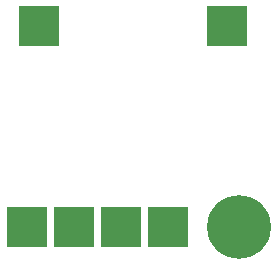
<source format=gbs>
G04 #@! TF.FileFunction,Soldermask,Bot*
%FSLAX46Y46*%
G04 Gerber Fmt 4.6, Leading zero omitted, Abs format (unit mm)*
G04 Created by KiCad (PCBNEW 4.0.5) date 02/05/17 18:09:27*
%MOMM*%
%LPD*%
G01*
G04 APERTURE LIST*
%ADD10C,0.100000*%
%ADD11C,5.400000*%
%ADD12R,3.400000X3.400000*%
G04 APERTURE END LIST*
D10*
D11*
X121000000Y-77000000D03*
D12*
X103000000Y-77000000D03*
X104000000Y-60000000D03*
X111000000Y-77000000D03*
X120000000Y-60000000D03*
X115000000Y-77000000D03*
X107000000Y-77000000D03*
M02*

</source>
